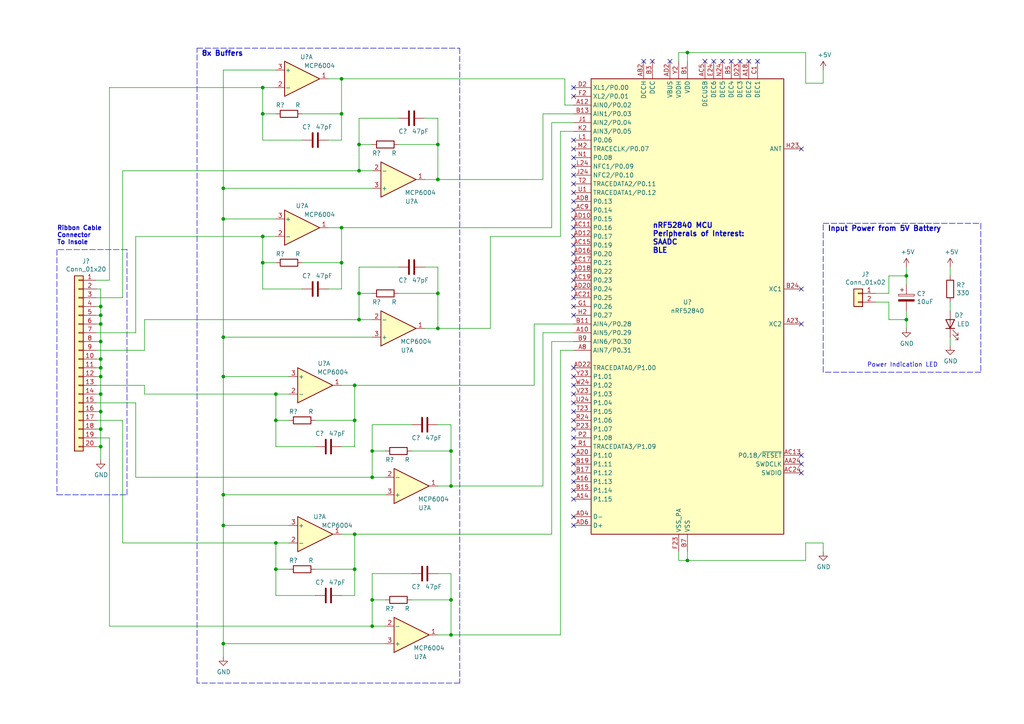
<source format=kicad_sch>
(kicad_sch (version 20211123) (generator eeschema)
  (paper "A4")
  (lib_symbols
    (symbol "Amplifier_Operational:MCP6004" (pin_names (offset 0.127))
      (property "Reference" "U" (at 0 5.08 0))
      (property "Value" "MCP6004" (at 0 -5.08 0))
      (symbol "MCP6004_1_1"
        (polyline (pts (xy -5.08 5.08) (xy 5.08 0) (xy -5.08 -5.08) (xy -5.08 5.08)) (stroke (width 0.254)) (fill (type background)))
        (pin output line (at 7.62 0 180) (length 2.54) (name "~") (number "1"))
        (pin input line (at -7.62 -2.54 0) (length 2.54) (name "-") (number "2"))
        (pin input line (at -7.62 2.54 0) (length 2.54) (name "+") (number "3"))
      )
      (symbol "MCP6004_2_1"
        (polyline (pts (xy -5.08 5.08) (xy 5.08 0) (xy -5.08 -5.08) (xy -5.08 5.08)) (stroke (width 0.254)) (fill (type background)))
        (pin input line (at -7.62 2.54 0) (length 2.54) (name "+") (number "5"))
        (pin input line (at -7.62 -2.54 0) (length 2.54) (name "-") (number "6"))
        (pin output line (at 7.62 0 180) (length 2.54) (name "~") (number "7"))
      )
      (symbol "MCP6004_3_1"
        (polyline (pts (xy -5.08 5.08) (xy 5.08 0) (xy -5.08 -5.08) (xy -5.08 5.08)) (stroke (width 0.254)) (fill (type background)))
        (pin input line (at -7.62 2.54 0) (length 2.54) (name "+") (number "10"))
        (pin output line (at 7.62 0 180) (length 2.54) (name "~") (number "8"))
        (pin input line (at -7.62 -2.54 0) (length 2.54) (name "-") (number "9"))
      )
      (symbol "MCP6004_4_1"
        (polyline (pts (xy -5.08 5.08) (xy 5.08 0) (xy -5.08 -5.08) (xy -5.08 5.08)) (stroke (width 0.254)) (fill (type background)))
        (pin input line (at -7.62 2.54 0) (length 2.54) (name "+") (number "12"))
        (pin input line (at -7.62 -2.54 0) (length 2.54) (name "-") (number "13"))
        (pin output line (at 7.62 0 180) (length 2.54) (name "~") (number "14"))
      )
      (symbol "MCP6004_5_1"
        (pin power_in line (at -2.54 -7.62 90) (length 3.81) (name "V-") (number "11"))
        (pin power_in line (at -2.54 7.62 270) (length 3.81) (name "V+") (number "4"))
      )
    )
    (symbol "Connector_Generic:Conn_01x02" (pin_names (offset 1.016) hide)
      (property "Reference" "J" (at 0 2.54 0))
      (property "Value" "Conn_01x02" (at 0 -5.08 0))
      (symbol "Conn_01x02_1_1"
        (rectangle (start -1.27 -2.413) (end 0 -2.667) (stroke (width 0.1524)))
        (rectangle (start -1.27 0.127) (end 0 -0.127) (stroke (width 0.1524)))
        (rectangle (start -1.27 1.27) (end 1.27 -3.81) (stroke (width 0.254)) (fill (type background)))
        (pin passive line (at -5.08 0 0) (length 3.81) (name "Pin_1") (number "1"))
        (pin passive line (at -5.08 -2.54 0) (length 3.81) (name "Pin_2") (number "2"))
      )
    )
    (symbol "Connector_Generic:Conn_01x20" (pin_names (offset 1.016) hide)
      (property "Reference" "J" (at 0 25.4 0))
      (property "Value" "Conn_01x20" (at 0 -27.94 0))
      (symbol "Conn_01x20_1_1"
        (rectangle (start -1.27 -25.273) (end 0 -25.527) (stroke (width 0.1524)))
        (rectangle (start -1.27 -22.733) (end 0 -22.987) (stroke (width 0.1524)))
        (rectangle (start -1.27 -20.193) (end 0 -20.447) (stroke (width 0.1524)))
        (rectangle (start -1.27 -17.653) (end 0 -17.907) (stroke (width 0.1524)))
        (rectangle (start -1.27 -15.113) (end 0 -15.367) (stroke (width 0.1524)))
        (rectangle (start -1.27 -12.573) (end 0 -12.827) (stroke (width 0.1524)))
        (rectangle (start -1.27 -10.033) (end 0 -10.287) (stroke (width 0.1524)))
        (rectangle (start -1.27 -7.493) (end 0 -7.747) (stroke (width 0.1524)))
        (rectangle (start -1.27 -4.953) (end 0 -5.207) (stroke (width 0.1524)))
        (rectangle (start -1.27 -2.413) (end 0 -2.667) (stroke (width 0.1524)))
        (rectangle (start -1.27 0.127) (end 0 -0.127) (stroke (width 0.1524)))
        (rectangle (start -1.27 2.667) (end 0 2.413) (stroke (width 0.1524)))
        (rectangle (start -1.27 5.207) (end 0 4.953) (stroke (width 0.1524)))
        (rectangle (start -1.27 7.747) (end 0 7.493) (stroke (width 0.1524)))
        (rectangle (start -1.27 10.287) (end 0 10.033) (stroke (width 0.1524)))
        (rectangle (start -1.27 12.827) (end 0 12.573) (stroke (width 0.1524)))
        (rectangle (start -1.27 15.367) (end 0 15.113) (stroke (width 0.1524)))
        (rectangle (start -1.27 17.907) (end 0 17.653) (stroke (width 0.1524)))
        (rectangle (start -1.27 20.447) (end 0 20.193) (stroke (width 0.1524)))
        (rectangle (start -1.27 22.987) (end 0 22.733) (stroke (width 0.1524)))
        (rectangle (start -1.27 24.13) (end 1.27 -26.67) (stroke (width 0.254)) (fill (type background)))
        (pin passive line (at -5.08 22.86 0) (length 3.81) (name "Pin_1") (number "1"))
        (pin passive line (at -5.08 0 0) (length 3.81) (name "Pin_10") (number "10"))
        (pin passive line (at -5.08 -2.54 0) (length 3.81) (name "Pin_11") (number "11"))
        (pin passive line (at -5.08 -5.08 0) (length 3.81) (name "Pin_12") (number "12"))
        (pin passive line (at -5.08 -7.62 0) (length 3.81) (name "Pin_13") (number "13"))
        (pin passive line (at -5.08 -10.16 0) (length 3.81) (name "Pin_14") (number "14"))
        (pin passive line (at -5.08 -12.7 0) (length 3.81) (name "Pin_15") (number "15"))
        (pin passive line (at -5.08 -15.24 0) (length 3.81) (name "Pin_16") (number "16"))
        (pin passive line (at -5.08 -17.78 0) (length 3.81) (name "Pin_17") (number "17"))
        (pin passive line (at -5.08 -20.32 0) (length 3.81) (name "Pin_18") (number "18"))
        (pin passive line (at -5.08 -22.86 0) (length 3.81) (name "Pin_19") (number "19"))
        (pin passive line (at -5.08 20.32 0) (length 3.81) (name "Pin_2") (number "2"))
        (pin passive line (at -5.08 -25.4 0) (length 3.81) (name "Pin_20") (number "20"))
        (pin passive line (at -5.08 17.78 0) (length 3.81) (name "Pin_3") (number "3"))
        (pin passive line (at -5.08 15.24 0) (length 3.81) (name "Pin_4") (number "4"))
        (pin passive line (at -5.08 12.7 0) (length 3.81) (name "Pin_5") (number "5"))
        (pin passive line (at -5.08 10.16 0) (length 3.81) (name "Pin_6") (number "6"))
        (pin passive line (at -5.08 7.62 0) (length 3.81) (name "Pin_7") (number "7"))
        (pin passive line (at -5.08 5.08 0) (length 3.81) (name "Pin_8") (number "8"))
        (pin passive line (at -5.08 2.54 0) (length 3.81) (name "Pin_9") (number "9"))
      )
    )
    (symbol "Device:C" (pin_numbers hide) (pin_names (offset 0.254))
      (property "Reference" "C" (at 0.635 2.54 0))
      (property "Value" "C" (at 0.635 -2.54 0))
      (symbol "C_0_1"
        (polyline (pts (xy -2.032 -0.762) (xy 2.032 -0.762)) (stroke (width 0.508)))
        (polyline (pts (xy -2.032 0.762) (xy 2.032 0.762)) (stroke (width 0.508)))
      )
      (symbol "C_1_1"
        (pin passive line (at 0 3.81 270) (length 2.794) (name "~") (number "1"))
        (pin passive line (at 0 -3.81 90) (length 2.794) (name "~") (number "2"))
      )
    )
    (symbol "Device:CP" (pin_numbers hide) (pin_names (offset 0.254))
      (property "Reference" "C" (at 0.635 2.54 0))
      (property "Value" "Device_CP" (at 0.635 -2.54 0))
      (symbol "CP_0_1"
        (rectangle (start -2.286 0.508) (end 2.286 1.016))
        (polyline (pts (xy -1.778 2.286) (xy -0.762 2.286)))
        (polyline (pts (xy -1.27 2.794) (xy -1.27 1.778)))
        (rectangle (start 2.286 -0.508) (end -2.286 -1.016) (fill (type outline)))
      )
      (symbol "CP_1_1"
        (pin passive line (at 0 3.81 270) (length 2.794) (name "~") (number "1"))
        (pin passive line (at 0 -3.81 90) (length 2.794) (name "~") (number "2"))
      )
    )
    (symbol "Device:LED" (pin_numbers hide) (pin_names (offset 1.016) hide)
      (property "Reference" "D" (at 0 2.54 0))
      (property "Value" "LED" (at 0 -2.54 0))
      (symbol "LED_0_1"
        (polyline (pts (xy -1.27 -1.27) (xy -1.27 1.27)) (stroke (width 0.254)))
        (polyline (pts (xy -1.27 0) (xy 1.27 0)))
        (polyline (pts (xy 1.27 -1.27) (xy 1.27 1.27) (xy -1.27 0) (xy 1.27 -1.27)) (stroke (width 0.254)))
        (polyline (pts (xy -3.048 -0.762) (xy -4.572 -2.286) (xy -3.81 -2.286) (xy -4.572 -2.286) (xy -4.572 -1.524)))
        (polyline (pts (xy -1.778 -0.762) (xy -3.302 -2.286) (xy -2.54 -2.286) (xy -3.302 -2.286) (xy -3.302 -1.524)))
      )
      (symbol "LED_1_1"
        (pin passive line (at -3.81 0 0) (length 2.54) (name "K") (number "1"))
        (pin passive line (at 3.81 0 180) (length 2.54) (name "A") (number "2"))
      )
    )
    (symbol "Device:R" (pin_numbers hide) (pin_names (offset 0))
      (property "Reference" "R" (at 2.032 0 90))
      (property "Value" "R" (at 0 0 90))
      (symbol "R_0_1"
        (rectangle (start -1.016 -2.54) (end 1.016 2.54) (stroke (width 0.254)))
      )
      (symbol "R_1_1"
        (pin passive line (at 0 3.81 270) (length 1.27) (name "~") (number "1"))
        (pin passive line (at 0 -3.81 90) (length 1.27) (name "~") (number "2"))
      )
    )
    (symbol "MCU_Nordic:nRF52840"
      (property "Reference" "U" (at 0 5.08 0))
      (property "Value" "nRF52840" (at 0 2.54 0))
      (symbol "nRF52840_0_1"
        (rectangle (start -27.94 66.04) (end 27.94 -66.04) (stroke (width 0.254)) (fill (type background)))
      )
      (symbol "nRF52840_1_1"
        (pin bidirectional line (at 33.02 -7.62 180) (length 5.08) (name "AIN5/P0.29") (number "A10"))
        (pin bidirectional line (at 33.02 58.42 180) (length 5.08) (name "AIN0/P0.02") (number "A12"))
        (pin bidirectional line (at 33.02 -55.88 180) (length 5.08) (name "P1.15") (number "A14"))
        (pin bidirectional line (at 33.02 -50.8 180) (length 5.08) (name "P1.13") (number "A16"))
        (pin passive line (at -17.78 71.12 270) (length 5.08) (name "DEC2") (number "A18"))
        (pin bidirectional line (at 33.02 -43.18 180) (length 5.08) (name "P1.10") (number "A20"))
        (pin passive line (at 0 71.12 270) (length 5.08) hide (name "VDD") (number "A22"))
        (pin input line (at -33.02 -5.08 0) (length 5.08) (name "XC2") (number "A23"))
        (pin bidirectional line (at 33.02 -12.7 180) (length 5.08) (name "AIN7/P0.31") (number "A8"))
        (pin input line (at -33.02 -45.72 0) (length 5.08) (name "SWDCLK") (number "AA24"))
        (pin power_out line (at 12.7 71.12 270) (length 5.08) (name "DCCH") (number "AB2"))
        (pin bidirectional line (at 33.02 22.86 180) (length 5.08) (name "P0.16") (number "AC11"))
        (pin bidirectional line (at -33.02 -43.18 0) (length 5.08) (name "P0.18/~{RESET}") (number "AC13"))
        (pin bidirectional line (at 33.02 17.78 180) (length 5.08) (name "P0.19") (number "AC15"))
        (pin bidirectional line (at 33.02 12.7 180) (length 5.08) (name "P0.21") (number "AC17"))
        (pin bidirectional line (at 33.02 7.62 180) (length 5.08) (name "P0.23") (number "AC19"))
        (pin bidirectional line (at 33.02 2.54 180) (length 5.08) (name "P0.25") (number "AC21"))
        (pin bidirectional line (at -33.02 -48.26 0) (length 5.08) (name "SWDIO") (number "AC24"))
        (pin passive line (at -5.08 71.12 270) (length 5.08) (name "DECUSB") (number "AC5"))
        (pin bidirectional line (at 33.02 27.94 180) (length 5.08) (name "P0.14") (number "AC9"))
        (pin bidirectional line (at 33.02 25.4 180) (length 5.08) (name "P0.15") (number "AD10"))
        (pin bidirectional line (at 33.02 20.32 180) (length 5.08) (name "P0.17") (number "AD12"))
        (pin passive line (at 0 71.12 270) (length 5.08) hide (name "VDD") (number "AD14"))
        (pin bidirectional line (at 33.02 15.24 180) (length 5.08) (name "P0.20") (number "AD16"))
        (pin bidirectional line (at 33.02 10.16 180) (length 5.08) (name "P0.22") (number "AD18"))
        (pin power_in line (at 5.08 71.12 270) (length 5.08) (name "VBUS") (number "AD2"))
        (pin bidirectional line (at 33.02 5.08 180) (length 5.08) (name "P0.24") (number "AD20"))
        (pin bidirectional line (at 33.02 -17.78 180) (length 5.08) (name "TRACEDATA0/P1.00") (number "AD22"))
        (pin passive line (at 0 71.12 270) (length 5.08) hide (name "VDD") (number "AD23"))
        (pin bidirectional line (at 33.02 -60.96 180) (length 5.08) (name "D-") (number "AD4"))
        (pin bidirectional line (at 33.02 -63.5 180) (length 5.08) (name "D+") (number "AD6"))
        (pin bidirectional line (at 33.02 30.48 180) (length 5.08) (name "P0.13") (number "AD8"))
        (pin power_in line (at 0 71.12 270) (length 5.08) (name "VDD") (number "B1"))
        (pin bidirectional line (at 33.02 -5.08 180) (length 5.08) (name "AIN4/P0.28") (number "B11"))
        (pin bidirectional line (at 33.02 55.88 180) (length 5.08) (name "AIN1/P0.03") (number "B13"))
        (pin bidirectional line (at 33.02 -53.34 180) (length 5.08) (name "P1.14") (number "B15"))
        (pin bidirectional line (at 33.02 -48.26 180) (length 5.08) (name "P1.12") (number "B17"))
        (pin bidirectional line (at 33.02 -45.72 180) (length 5.08) (name "P1.11") (number "B19"))
        (pin input line (at -33.02 5.08 0) (length 5.08) (name "XC1") (number "B24"))
        (pin power_out line (at 10.16 71.12 270) (length 5.08) (name "DCC") (number "B3"))
        (pin passive line (at -12.7 71.12 270) (length 5.08) (name "DEC4") (number "B5"))
        (pin power_in line (at 0 -71.12 90) (length 5.08) (name "VSS") (number "B7"))
        (pin bidirectional line (at 33.02 -10.16 180) (length 5.08) (name "AIN6/P0.30") (number "B9"))
        (pin passive line (at -20.32 71.12 270) (length 5.08) (name "DEC1") (number "C1"))
        (pin bidirectional line (at 33.02 63.5 180) (length 5.08) (name "XL1/P0.00") (number "D2"))
        (pin passive line (at -15.24 71.12 270) (length 5.08) (name "DEC3") (number "D23"))
        (pin passive line (at -7.62 71.12 270) (length 5.08) (name "DEC6") (number "E24"))
        (pin passive line (at 0 -71.12 90) (length 5.08) hide (name "VSS") (number "EP"))
        (pin bidirectional line (at 33.02 60.96 180) (length 5.08) (name "XL2/P0.01") (number "F2"))
        (pin power_in line (at 2.54 -71.12 90) (length 5.08) (name "VSS_PA") (number "F23"))
        (pin bidirectional line (at 33.02 0 180) (length 5.08) (name "P0.26") (number "G1"))
        (pin bidirectional line (at 33.02 -2.54 180) (length 5.08) (name "P0.27") (number "H2"))
        (pin passive line (at -33.02 45.72 0) (length 5.08) (name "ANT") (number "H23"))
        (pin bidirectional line (at 33.02 53.34 180) (length 5.08) (name "AIN2/P0.04") (number "J1"))
        (pin bidirectional line (at 33.02 38.1 180) (length 5.08) (name "NFC2/P0.10") (number "J24"))
        (pin bidirectional line (at 33.02 50.8 180) (length 5.08) (name "AIN3/P0.05") (number "K2"))
        (pin bidirectional line (at 33.02 48.26 180) (length 5.08) (name "P0.06") (number "L1"))
        (pin bidirectional line (at 33.02 40.64 180) (length 5.08) (name "NFC1/P0.09") (number "L24"))
        (pin bidirectional line (at 33.02 45.72 180) (length 5.08) (name "TRACECLK/P0.07") (number "M2"))
        (pin bidirectional line (at 33.02 43.18 180) (length 5.08) (name "P0.08") (number "N1"))
        (pin passive line (at -10.16 71.12 270) (length 5.08) (name "DEC5") (number "N24"))
        (pin bidirectional line (at 33.02 -38.1 180) (length 5.08) (name "P1.08") (number "P2"))
        (pin bidirectional line (at 33.02 -35.56 180) (length 5.08) (name "P1.07") (number "P23"))
        (pin bidirectional line (at 33.02 -40.64 180) (length 5.08) (name "TRACEDATA3/P1.09") (number "R1"))
        (pin bidirectional line (at 33.02 -33.02 180) (length 5.08) (name "P1.06") (number "R24"))
        (pin bidirectional line (at 33.02 35.56 180) (length 5.08) (name "TRACEDATA2/P0.11") (number "T2"))
        (pin bidirectional line (at 33.02 -30.48 180) (length 5.08) (name "P1.05") (number "T23"))
        (pin bidirectional line (at 33.02 33.02 180) (length 5.08) (name "TRACEDATA1/P0.12") (number "U1"))
        (pin bidirectional line (at 33.02 -27.94 180) (length 5.08) (name "P1.04") (number "U24"))
        (pin bidirectional line (at 33.02 -25.4 180) (length 5.08) (name "P1.03") (number "V23"))
        (pin passive line (at 0 71.12 270) (length 5.08) hide (name "VDD") (number "W1"))
        (pin bidirectional line (at 33.02 -22.86 180) (length 5.08) (name "P1.02") (number "W24"))
        (pin power_in line (at 2.54 71.12 270) (length 5.08) (name "VDDH") (number "Y2"))
        (pin bidirectional line (at 33.02 -20.32 180) (length 5.08) (name "P1.01") (number "Y23"))
      )
    )
    (symbol "power:+5V" (power) (pin_names (offset 0))
      (property "Value" "+5V" (at 0 3.556 0))
      (symbol "+5V_0_1"
        (polyline (pts (xy -0.762 1.27) (xy 0 2.54)))
        (polyline (pts (xy 0 0) (xy 0 2.54)))
        (polyline (pts (xy 0 2.54) (xy 0.762 1.27)))
      )
      (symbol "+5V_1_1"
        (pin power_in line (at 0 0 90) (length 0) hide (name "+5V") (number "1"))
      )
    )
    (symbol "power:GND" (power) (pin_names (offset 0))
      (property "Value" "GND" (at 0 -3.81 0))
      (symbol "GND_0_1"
        (polyline (pts (xy 0 0) (xy 0 -1.27) (xy 1.27 -1.27) (xy 0 -2.54) (xy -1.27 -1.27) (xy 0 -1.27)))
      )
      (symbol "GND_1_1"
        (pin power_in line (at 0 0 270) (length 0) hide (name "GND") (number "1"))
      )
    )
  )
  (junction (at 29.21 88.9))
  (junction (at 99.06 22.86))
  (junction (at 199.39 15.24))
  (junction (at 99.06 33.02))
  (junction (at 29.21 99.06))
  (junction (at 99.06 66.04))
  (junction (at 29.21 106.68))
  (junction (at 80.01 121.92))
  (junction (at 64.77 109.22))
  (junction (at 262.89 80.01))
  (junction (at 127 52.07))
  (junction (at 29.21 91.44))
  (junction (at 130.81 173.99))
  (junction (at 29.21 124.46))
  (junction (at 130.81 140.97))
  (junction (at 29.21 119.38))
  (junction (at 64.77 143.51))
  (junction (at 64.77 97.79))
  (junction (at 80.01 165.1))
  (junction (at 76.2 33.02))
  (junction (at 99.06 76.2))
  (junction (at 102.87 111.76))
  (junction (at 107.95 130.81))
  (junction (at 29.21 93.98))
  (junction (at 104.14 49.53))
  (junction (at 29.21 109.22))
  (junction (at 130.81 130.81))
  (junction (at 262.89 92.71))
  (junction (at 80.01 114.3))
  (junction (at 102.87 165.1))
  (junction (at 127 41.91))
  (junction (at 127 95.25))
  (junction (at 104.14 92.71))
  (junction (at 104.14 85.09))
  (junction (at 130.81 184.15))
  (junction (at 102.87 154.94))
  (junction (at 64.77 152.4))
  (junction (at 107.95 173.99))
  (junction (at 107.95 181.61))
  (junction (at 64.77 54.61))
  (junction (at 199.39 162.56))
  (junction (at 76.2 76.2))
  (junction (at 104.14 41.91))
  (junction (at 29.21 129.54))
  (junction (at 80.01 157.48))
  (junction (at 64.77 63.5))
  (junction (at 76.2 68.58))
  (junction (at 29.21 114.3))
  (junction (at 127 85.09))
  (junction (at 29.21 104.14))
  (junction (at 76.2 25.4))
  (junction (at 107.95 138.43))
  (junction (at 102.87 121.92))
  (junction (at 64.77 186.69))
  (no_connect (at 204.47 17.78))
  (no_connect (at 166.37 152.4))
  (no_connect (at 166.37 78.74))
  (no_connect (at 166.37 25.4))
  (no_connect (at 166.37 55.88))
  (no_connect (at 166.37 142.24))
  (no_connect (at 186.69 17.78))
  (no_connect (at 166.37 139.7))
  (no_connect (at 166.37 53.34))
  (no_connect (at 166.37 83.82))
  (no_connect (at 166.37 137.16))
  (no_connect (at 166.37 58.42))
  (no_connect (at 166.37 86.36))
  (no_connect (at 194.31 17.78))
  (no_connect (at 166.37 73.66))
  (no_connect (at 166.37 144.78))
  (no_connect (at 166.37 81.28))
  (no_connect (at 166.37 109.22))
  (no_connect (at 219.71 17.78))
  (no_connect (at 166.37 48.26))
  (no_connect (at 166.37 66.04))
  (no_connect (at 166.37 68.58))
  (no_connect (at 166.37 40.64))
  (no_connect (at 166.37 60.96))
  (no_connect (at 166.37 116.84))
  (no_connect (at 212.09 17.78))
  (no_connect (at 166.37 149.86))
  (no_connect (at 166.37 121.92))
  (no_connect (at 166.37 129.54))
  (no_connect (at 217.17 17.78))
  (no_connect (at 166.37 119.38))
  (no_connect (at 214.63 17.78))
  (no_connect (at 166.37 91.44))
  (no_connect (at 166.37 111.76))
  (no_connect (at 232.41 83.82))
  (no_connect (at 232.41 134.62))
  (no_connect (at 166.37 63.5))
  (no_connect (at 166.37 71.12))
  (no_connect (at 232.41 132.08))
  (no_connect (at 166.37 43.18))
  (no_connect (at 207.01 17.78))
  (no_connect (at 166.37 124.46))
  (no_connect (at 166.37 132.08))
  (no_connect (at 166.37 127))
  (no_connect (at 166.37 50.8))
  (no_connect (at 232.41 137.16))
  (no_connect (at 166.37 88.9))
  (no_connect (at 166.37 45.72))
  (no_connect (at 166.37 76.2))
  (no_connect (at 166.37 106.68))
  (no_connect (at 166.37 27.94))
  (no_connect (at 232.41 93.98))
  (no_connect (at 209.55 17.78))
  (no_connect (at 166.37 114.3))
  (no_connect (at 189.23 17.78))
  (no_connect (at 232.41 43.18))
  (no_connect (at 166.37 134.62))
  (wire (pts (xy 31.75 25.4) (xy 31.75 81.28)))
  (wire (pts (xy 99.06 154.94) (xy 102.87 154.94)))
  (polyline (pts (xy 57.15 13.97) (xy 133.35 13.97)))
  (wire (pts (xy 80.01 25.4) (xy 76.2 25.4)))
  (wire (pts (xy 142.24 68.58) (xy 162.56 68.58)))
  (wire (pts (xy 104.14 85.09) (xy 104.14 77.47)))
  (wire (pts (xy 64.77 97.79) (xy 107.95 97.79)))
  (wire (pts (xy 115.57 41.91) (xy 127 41.91)))
  (wire (pts (xy 83.82 121.92) (xy 80.01 121.92)))
  (wire (pts (xy 127 166.37) (xy 130.81 166.37)))
  (wire (pts (xy 27.94 129.54) (xy 29.21 129.54)))
  (wire (pts (xy 29.21 124.46) (xy 29.21 119.38)))
  (polyline (pts (xy 284.48 107.95) (xy 238.76 107.95)))
  (wire (pts (xy 95.25 40.64) (xy 99.06 40.64)))
  (wire (pts (xy 64.77 152.4) (xy 83.82 152.4)))
  (wire (pts (xy 127 184.15) (xy 130.81 184.15)))
  (wire (pts (xy 41.91 114.3) (xy 80.01 114.3)))
  (wire (pts (xy 102.87 154.94) (xy 160.02 154.94)))
  (wire (pts (xy 35.56 121.92) (xy 27.94 121.92)))
  (wire (pts (xy 162.56 101.6) (xy 162.56 184.15)))
  (wire (pts (xy 127 77.47) (xy 127 85.09)))
  (wire (pts (xy 160.02 35.56) (xy 160.02 66.04)))
  (wire (pts (xy 157.48 52.07) (xy 157.48 33.02)))
  (wire (pts (xy 27.94 93.98) (xy 29.21 93.98)))
  (wire (pts (xy 80.01 121.92) (xy 80.01 114.3)))
  (wire (pts (xy 99.06 76.2) (xy 99.06 66.04)))
  (wire (pts (xy 107.95 85.09) (xy 104.14 85.09)))
  (wire (pts (xy 95.25 83.82) (xy 99.06 83.82)))
  (wire (pts (xy 80.01 165.1) (xy 80.01 172.72)))
  (wire (pts (xy 39.37 68.58) (xy 39.37 96.52)))
  (wire (pts (xy 39.37 138.43) (xy 107.95 138.43)))
  (wire (pts (xy 29.21 109.22) (xy 29.21 106.68)))
  (wire (pts (xy 31.75 127) (xy 31.75 181.61)))
  (wire (pts (xy 238.76 24.13) (xy 238.76 20.32)))
  (wire (pts (xy 29.21 114.3) (xy 29.21 109.22)))
  (wire (pts (xy 91.44 165.1) (xy 102.87 165.1)))
  (wire (pts (xy 275.59 80.01) (xy 275.59 77.47)))
  (wire (pts (xy 257.81 92.71) (xy 262.89 92.71)))
  (wire (pts (xy 64.77 109.22) (xy 64.77 143.51)))
  (wire (pts (xy 27.94 101.6) (xy 41.91 101.6)))
  (wire (pts (xy 233.68 24.13) (xy 238.76 24.13)))
  (wire (pts (xy 166.37 30.48) (xy 163.83 30.48)))
  (wire (pts (xy 196.85 15.24) (xy 199.39 15.24)))
  (wire (pts (xy 27.94 106.68) (xy 29.21 106.68)))
  (wire (pts (xy 104.14 34.29) (xy 115.57 34.29)))
  (wire (pts (xy 29.21 133.35) (xy 29.21 129.54)))
  (wire (pts (xy 127 123.19) (xy 130.81 123.19)))
  (wire (pts (xy 123.19 77.47) (xy 127 77.47)))
  (wire (pts (xy 199.39 162.56) (xy 233.68 162.56)))
  (wire (pts (xy 127 52.07) (xy 157.48 52.07)))
  (wire (pts (xy 64.77 186.69) (xy 111.76 186.69)))
  (wire (pts (xy 64.77 63.5) (xy 80.01 63.5)))
  (polyline (pts (xy 36.83 72.39) (xy 16.51 72.39)))
  (wire (pts (xy 76.2 33.02) (xy 76.2 25.4)))
  (wire (pts (xy 111.76 181.61) (xy 107.95 181.61)))
  (wire (pts (xy 130.81 184.15) (xy 162.56 184.15)))
  (wire (pts (xy 91.44 121.92) (xy 102.87 121.92)))
  (wire (pts (xy 35.56 157.48) (xy 80.01 157.48)))
  (polyline (pts (xy 133.35 198.12) (xy 57.15 198.12)))
  (wire (pts (xy 104.14 77.47) (xy 115.57 77.47)))
  (wire (pts (xy 76.2 76.2) (xy 76.2 83.82)))
  (wire (pts (xy 262.89 92.71) (xy 262.89 95.25)))
  (wire (pts (xy 127 85.09) (xy 127 95.25)))
  (polyline (pts (xy 57.15 198.12) (xy 57.15 13.97)))
  (wire (pts (xy 107.95 173.99) (xy 107.95 166.37)))
  (wire (pts (xy 31.75 181.61) (xy 107.95 181.61)))
  (wire (pts (xy 99.06 172.72) (xy 102.87 172.72)))
  (wire (pts (xy 83.82 157.48) (xy 80.01 157.48)))
  (wire (pts (xy 142.24 95.25) (xy 142.24 68.58)))
  (wire (pts (xy 76.2 33.02) (xy 76.2 40.64)))
  (wire (pts (xy 130.81 123.19) (xy 130.81 130.81)))
  (wire (pts (xy 163.83 22.86) (xy 163.83 30.48)))
  (wire (pts (xy 95.25 66.04) (xy 99.06 66.04)))
  (wire (pts (xy 111.76 138.43) (xy 107.95 138.43)))
  (wire (pts (xy 27.94 88.9) (xy 29.21 88.9)))
  (wire (pts (xy 64.77 20.32) (xy 64.77 54.61)))
  (wire (pts (xy 104.14 41.91) (xy 104.14 34.29)))
  (wire (pts (xy 257.81 87.63) (xy 257.81 92.71)))
  (wire (pts (xy 127 140.97) (xy 130.81 140.97)))
  (wire (pts (xy 157.48 33.02) (xy 166.37 33.02)))
  (wire (pts (xy 166.37 101.6) (xy 162.56 101.6)))
  (wire (pts (xy 196.85 17.78) (xy 196.85 15.24)))
  (wire (pts (xy 254 87.63) (xy 257.81 87.63)))
  (wire (pts (xy 99.06 66.04) (xy 160.02 66.04)))
  (wire (pts (xy 39.37 68.58) (xy 76.2 68.58)))
  (wire (pts (xy 238.76 157.48) (xy 238.76 160.02)))
  (wire (pts (xy 29.21 104.14) (xy 29.21 99.06)))
  (wire (pts (xy 27.94 114.3) (xy 29.21 114.3)))
  (wire (pts (xy 64.77 20.32) (xy 80.01 20.32)))
  (wire (pts (xy 162.56 38.1) (xy 166.37 38.1)))
  (wire (pts (xy 64.77 97.79) (xy 64.77 109.22)))
  (wire (pts (xy 102.87 111.76) (xy 154.94 111.76)))
  (wire (pts (xy 127 34.29) (xy 127 41.91)))
  (wire (pts (xy 107.95 130.81) (xy 107.95 138.43)))
  (wire (pts (xy 76.2 83.82) (xy 87.63 83.82)))
  (wire (pts (xy 80.01 76.2) (xy 76.2 76.2)))
  (wire (pts (xy 64.77 63.5) (xy 64.77 97.79)))
  (wire (pts (xy 154.94 111.76) (xy 154.94 93.98)))
  (wire (pts (xy 123.19 34.29) (xy 127 34.29)))
  (wire (pts (xy 119.38 173.99) (xy 130.81 173.99)))
  (wire (pts (xy 29.21 119.38) (xy 29.21 114.3)))
  (wire (pts (xy 99.06 111.76) (xy 102.87 111.76)))
  (wire (pts (xy 166.37 96.52) (xy 157.48 96.52)))
  (wire (pts (xy 41.91 92.71) (xy 104.14 92.71)))
  (wire (pts (xy 35.56 86.36) (xy 35.56 49.53)))
  (wire (pts (xy 130.81 166.37) (xy 130.81 173.99)))
  (wire (pts (xy 262.89 90.17) (xy 262.89 92.71)))
  (wire (pts (xy 80.01 129.54) (xy 91.44 129.54)))
  (wire (pts (xy 27.94 127) (xy 31.75 127)))
  (polyline (pts (xy 36.83 143.51) (xy 36.83 72.39)))
  (wire (pts (xy 130.81 140.97) (xy 157.48 140.97)))
  (wire (pts (xy 64.77 54.61) (xy 107.95 54.61)))
  (wire (pts (xy 111.76 173.99) (xy 107.95 173.99)))
  (wire (pts (xy 107.95 130.81) (xy 107.95 123.19)))
  (wire (pts (xy 119.38 130.81) (xy 130.81 130.81)))
  (wire (pts (xy 157.48 96.52) (xy 157.48 140.97)))
  (wire (pts (xy 29.21 106.68) (xy 29.21 104.14)))
  (wire (pts (xy 123.19 52.07) (xy 127 52.07)))
  (wire (pts (xy 41.91 101.6) (xy 41.91 92.71)))
  (wire (pts (xy 27.94 86.36) (xy 35.56 86.36)))
  (wire (pts (xy 80.01 33.02) (xy 76.2 33.02)))
  (wire (pts (xy 27.94 116.84) (xy 39.37 116.84)))
  (wire (pts (xy 262.89 82.55) (xy 262.89 80.01)))
  (wire (pts (xy 257.81 85.09) (xy 257.81 80.01)))
  (wire (pts (xy 127 95.25) (xy 142.24 95.25)))
  (wire (pts (xy 27.94 99.06) (xy 29.21 99.06)))
  (wire (pts (xy 102.87 165.1) (xy 102.87 154.94)))
  (wire (pts (xy 102.87 129.54) (xy 102.87 121.92)))
  (wire (pts (xy 95.25 22.86) (xy 99.06 22.86)))
  (wire (pts (xy 29.21 129.54) (xy 29.21 124.46)))
  (wire (pts (xy 39.37 96.52) (xy 27.94 96.52)))
  (wire (pts (xy 154.94 93.98) (xy 166.37 93.98)))
  (polyline (pts (xy 238.76 64.77) (xy 284.48 64.77)))
  (wire (pts (xy 199.39 162.56) (xy 196.85 162.56)))
  (wire (pts (xy 27.94 111.76) (xy 41.91 111.76)))
  (wire (pts (xy 257.81 80.01) (xy 262.89 80.01)))
  (wire (pts (xy 80.01 68.58) (xy 76.2 68.58)))
  (polyline (pts (xy 16.51 72.39) (xy 16.51 143.51)))
  (polyline (pts (xy 238.76 107.95) (xy 238.76 64.77)))
  (wire (pts (xy 275.59 90.17) (xy 275.59 87.63)))
  (wire (pts (xy 130.81 173.99) (xy 130.81 184.15)))
  (wire (pts (xy 99.06 33.02) (xy 99.06 22.86)))
  (wire (pts (xy 29.21 91.44) (xy 29.21 88.9)))
  (wire (pts (xy 275.59 100.33) (xy 275.59 97.79)))
  (wire (pts (xy 199.39 160.02) (xy 199.39 162.56)))
  (wire (pts (xy 233.68 15.24) (xy 233.68 24.13)))
  (wire (pts (xy 99.06 83.82) (xy 99.06 76.2)))
  (wire (pts (xy 83.82 114.3) (xy 80.01 114.3)))
  (wire (pts (xy 39.37 116.84) (xy 39.37 138.43)))
  (wire (pts (xy 196.85 162.56) (xy 196.85 160.02)))
  (wire (pts (xy 29.21 83.82) (xy 27.94 83.82)))
  (wire (pts (xy 163.83 22.86) (xy 99.06 22.86)))
  (wire (pts (xy 29.21 91.44) (xy 27.94 91.44)))
  (wire (pts (xy 64.77 109.22) (xy 83.82 109.22)))
  (wire (pts (xy 233.68 162.56) (xy 233.68 157.48)))
  (wire (pts (xy 80.01 165.1) (xy 80.01 157.48)))
  (wire (pts (xy 107.95 173.99) (xy 107.95 181.61)))
  (wire (pts (xy 31.75 81.28) (xy 27.94 81.28)))
  (wire (pts (xy 107.95 49.53) (xy 104.14 49.53)))
  (wire (pts (xy 80.01 172.72) (xy 91.44 172.72)))
  (wire (pts (xy 76.2 76.2) (xy 76.2 68.58)))
  (wire (pts (xy 35.56 157.48) (xy 35.56 121.92)))
  (wire (pts (xy 64.77 143.51) (xy 64.77 152.4)))
  (wire (pts (xy 104.14 85.09) (xy 104.14 92.71)))
  (wire (pts (xy 130.81 130.81) (xy 130.81 140.97)))
  (wire (pts (xy 27.94 109.22) (xy 29.21 109.22)))
  (wire (pts (xy 27.94 119.38) (xy 29.21 119.38)))
  (wire (pts (xy 27.94 124.46) (xy 29.21 124.46)))
  (wire (pts (xy 115.57 85.09) (xy 127 85.09)))
  (wire (pts (xy 233.68 157.48) (xy 238.76 157.48)))
  (wire (pts (xy 162.56 68.58) (xy 162.56 38.1)))
  (wire (pts (xy 104.14 41.91) (xy 104.14 49.53)))
  (wire (pts (xy 35.56 49.53) (xy 104.14 49.53)))
  (wire (pts (xy 64.77 152.4) (xy 64.77 186.69)))
  (wire (pts (xy 87.63 76.2) (xy 99.06 76.2)))
  (wire (pts (xy 199.39 15.24) (xy 233.68 15.24)))
  (wire (pts (xy 64.77 186.69) (xy 64.77 190.5)))
  (wire (pts (xy 111.76 130.81) (xy 107.95 130.81)))
  (polyline (pts (xy 133.35 13.97) (xy 133.35 198.12)))
  (wire (pts (xy 64.77 54.61) (xy 64.77 63.5)))
  (wire (pts (xy 29.21 88.9) (xy 29.21 83.82)))
  (wire (pts (xy 83.82 165.1) (xy 80.01 165.1)))
  (wire (pts (xy 41.91 111.76) (xy 41.91 114.3)))
  (wire (pts (xy 199.39 17.78) (xy 199.39 15.24)))
  (polyline (pts (xy 16.51 143.51) (xy 36.83 143.51)))
  (wire (pts (xy 29.21 93.98) (xy 29.21 91.44)))
  (wire (pts (xy 107.95 166.37) (xy 119.38 166.37)))
  (wire (pts (xy 87.63 33.02) (xy 99.06 33.02)))
  (wire (pts (xy 262.89 80.01) (xy 262.89 77.47)))
  (wire (pts (xy 29.21 99.06) (xy 29.21 93.98)))
  (wire (pts (xy 254 85.09) (xy 257.81 85.09)))
  (wire (pts (xy 127 41.91) (xy 127 52.07)))
  (wire (pts (xy 160.02 154.94) (xy 160.02 99.06)))
  (wire (pts (xy 123.19 95.25) (xy 127 95.25)))
  (wire (pts (xy 64.77 143.51) (xy 111.76 143.51)))
  (wire (pts (xy 80.01 121.92) (xy 80.01 129.54)))
  (wire (pts (xy 102.87 121.92) (xy 102.87 111.76)))
  (wire (pts (xy 107.95 92.71) (xy 104.14 92.71)))
  (polyline (pts (xy 284.48 64.77) (xy 284.48 107.95)))
  (wire (pts (xy 102.87 172.72) (xy 102.87 165.1)))
  (wire (pts (xy 160.02 99.06) (xy 166.37 99.06)))
  (wire (pts (xy 107.95 41.91) (xy 104.14 41.91)))
  (wire (pts (xy 99.06 40.64) (xy 99.06 33.02)))
  (wire (pts (xy 76.2 40.64) (xy 87.63 40.64)))
  (wire (pts (xy 99.06 129.54) (xy 102.87 129.54)))
  (wire (pts (xy 107.95 123.19) (xy 119.38 123.19)))
  (wire (pts (xy 166.37 35.56) (xy 160.02 35.56)))
  (wire (pts (xy 27.94 104.14) (xy 29.21 104.14)))
  (wire (pts (xy 31.75 25.4) (xy 76.2 25.4)))
  (text "Ribbon Cable\nConnector \nTo Insole" (at 16.51 71.12 0) (effects (font (size 1.27 1.27) (thickness 0.254) bold) (justify left bottom)))
  (text "8x Buffers\n" (at 58.42 16.51 0) (effects (font (size 1.4986 1.4986) (thickness 0.2997) bold) (justify left bottom)))
  (text "nRF52840 MCU\nPeripherals of Interest:\nSAADC\nBLE" (at 189.23 73.66 0) (effects (font (size 1.4986 1.4986) (thickness 0.2997) bold) (justify left bottom)))
  (text "Power Indication LED" (at 251.46 106.68 0) (effects (font (size 1.27 1.27)) (justify left bottom)))
  (text "Input Power from 5V Battery" (at 240.03 67.31 0) (effects (font (size 1.4986 1.4986) (thickness 0.2997) bold) (justify left bottom)))
  (symbol (lib_id "Amplifier_Operational:MCP6004") (at 119.38 184.15 0) (mirror x) (unit 1)
    (property "Reference" "U?" (at 121.92 190.5 0))
    (property "Value" "MCP6004" (at 124.46 187.96 0))
    (property "Datasheet" "http://ww1.microchip.com/downloads/en/DeviceDoc/21733j.pdf" (effects hide))
  )
  (symbol (lib_id "Amplifier_Operational:MCP6004") (at 91.44 111.76 0) (unit 1)
    (property "Reference" "U?" (at 93.98 105.41 0))
    (property "Value" "MCP6004" (at 96.52 107.95 0))
    (property "Datasheet" "http://ww1.microchip.com/downloads/en/DeviceDoc/21733j.pdf" (effects hide))
  )
  (symbol (lib_id "Device:R") (at 87.63 121.92 270) (unit 1)
    (property "Reference" "R?" (at 85.09 119.38 90))
    (property "Value" "R" (at 90.17 119.38 90))
  )
  (symbol (lib_id "Amplifier_Operational:MCP6004") (at 91.44 154.94 0) (unit 1)
    (property "Reference" "U?" (at 92.71 149.86 0))
    (property "Value" "MCP6004" (at 97.79 152.4 0))
    (property "Datasheet" "http://ww1.microchip.com/downloads/en/DeviceDoc/21733j.pdf" (effects hide))
  )
  (symbol (lib_id "Device:R") (at 83.82 76.2 270) (unit 1)
    (property "Reference" "R?" (at 81.28 73.66 90))
    (property "Value" "R" (at 86.36 73.66 90))
  )
  (symbol (lib_id "Amplifier_Operational:MCP6004") (at 87.63 66.04 0) (unit 1)
    (property "Reference" "U?" (at 87.63 59.69 0))
    (property "Value" "MCP6004" (at 92.71 62.23 0))
    (property "Datasheet" "http://ww1.microchip.com/downloads/en/DeviceDoc/21733j.pdf" (effects hide))
  )
  (symbol (lib_id "Device:R") (at 83.82 33.02 270) (unit 1)
    (property "Reference" "R?" (at 81.28 30.48 90))
    (property "Value" "R" (at 86.36 30.48 90))
  )
  (symbol (lib_id "Device:R") (at 115.57 130.81 270) (mirror x) (unit 1)
    (property "Reference" "R?" (at 113.03 133.35 90))
    (property "Value" "R" (at 118.11 133.35 90))
  )
  (symbol (lib_id "power:GND") (at 29.21 133.35 0) (unit 1)
    (property "Reference" "#PWR?" (effects hide))
    (property "Value" "GND" (at 29.337 137.7442 0))
  )
  (symbol (lib_id "MCU_Nordic:nRF52840") (at 199.39 88.9 0) (mirror y) (unit 1)
    (property "Reference" "U?" (at 199.39 87.63 0))
    (property "Value" "nRF52840" (at 199.39 90.17 0))
    (property "Footprint" "Package_DFN_QFN:Nordic_AQFN-73-1EP_7x7mm_P0.5mm" (effects hide))
    (property "Datasheet" "http://infocenter.nordicsemi.com/topic/com.nordic.infocenter.nrf52/dita/nrf52/chips/nrf52840.html" (effects hide))
  )
  (symbol (lib_id "Device:R") (at 111.76 85.09 270) (mirror x) (unit 1)
    (property "Reference" "R?" (at 109.22 87.63 90))
    (property "Value" "R" (at 114.3 87.63 90))
  )
  (symbol (lib_id "Device:C") (at 119.38 34.29 270) (mirror x) (unit 1)
    (property "Reference" "C?" (at 116.84 38.1 90))
    (property "Value" "47pF" (at 121.92 38.1 90))
  )
  (symbol (lib_id "Device:LED") (at 275.59 93.98 90) (unit 1)
    (property "Reference" "D?" (at 278.13 91.44 90))
    (property "Value" "LED" (at 279.4 93.98 90))
  )
  (symbol (lib_id "Amplifier_Operational:MCP6004") (at 115.57 52.07 0) (mirror x) (unit 1)
    (property "Reference" "U?" (at 119.38 58.42 0))
    (property "Value" "MCP6004" (at 121.92 55.88 0))
    (property "Datasheet" "http://ww1.microchip.com/downloads/en/DeviceDoc/21733j.pdf" (effects hide))
  )
  (symbol (lib_id "power:+5V") (at 262.89 77.47 0) (unit 1)
    (property "Reference" "#PWR?" (effects hide))
    (property "Value" "+5V" (at 263.271 73.0758 0))
  )
  (symbol (lib_id "Amplifier_Operational:MCP6004") (at 115.57 95.25 0) (mirror x) (unit 1)
    (property "Reference" "U?" (at 118.11 101.6 0))
    (property "Value" "MCP6004" (at 120.65 99.06 0))
    (property "Datasheet" "http://ww1.microchip.com/downloads/en/DeviceDoc/21733j.pdf" (effects hide))
  )
  (symbol (lib_id "Device:R") (at 275.59 83.82 0) (unit 1)
    (property "Reference" "R?" (at 277.368 82.6516 0) (effects (justify left)))
    (property "Value" "330" (at 277.368 84.963 0) (effects (justify left)))
  )
  (symbol (lib_id "Device:C") (at 123.19 166.37 270) (mirror x) (unit 1)
    (property "Reference" "C?" (at 120.65 170.18 90))
    (property "Value" "47pF" (at 125.73 170.18 90))
  )
  (symbol (lib_id "Device:C") (at 119.38 77.47 270) (mirror x) (unit 1)
    (property "Reference" "C?" (at 116.84 81.28 90))
    (property "Value" "47pF" (at 121.92 81.28 90))
  )
  (symbol (lib_id "Connector_Generic:Conn_01x20") (at 22.86 104.14 0) (mirror y) (unit 1)
    (property "Reference" "J?" (at 24.9428 75.7682 0))
    (property "Value" "Conn_01x20" (at 24.9428 78.0796 0))
  )
  (symbol (lib_id "Connector_Generic:Conn_01x02") (at 248.92 85.09 0) (mirror y) (unit 1)
    (property "Reference" "J?" (at 251.0028 79.5782 0))
    (property "Value" "Conn_01x02" (at 251.0028 81.8896 0))
  )
  (symbol (lib_id "Device:C") (at 95.25 172.72 270) (unit 1)
    (property "Reference" "C?" (at 92.71 168.91 90))
    (property "Value" "47pF" (at 97.79 168.91 90))
  )
  (symbol (lib_id "Device:R") (at 115.57 173.99 270) (mirror x) (unit 1)
    (property "Reference" "R?" (at 113.03 176.53 90))
    (property "Value" "R" (at 118.11 176.53 90))
  )
  (symbol (lib_id "Device:C") (at 95.25 129.54 270) (unit 1)
    (property "Reference" "C?" (at 92.71 125.73 90))
    (property "Value" "47pF" (at 97.79 125.73 90))
  )
  (symbol (lib_id "power:+5V") (at 238.76 20.32 0) (unit 1)
    (property "Reference" "#PWR?" (effects hide))
    (property "Value" "+5V" (at 239.141 15.9258 0))
  )
  (symbol (lib_id "Amplifier_Operational:MCP6004") (at 119.38 140.97 0) (mirror x) (unit 1)
    (property "Reference" "U?" (at 123.19 147.32 0))
    (property "Value" "MCP6004" (at 125.73 144.78 0))
    (property "Datasheet" "http://ww1.microchip.com/downloads/en/DeviceDoc/21733j.pdf" (effects hide))
  )
  (symbol (lib_id "Device:CP") (at 262.89 86.36 0) (unit 1)
    (property "Reference" "C?" (at 265.8872 85.1916 0) (effects (justify left)))
    (property "Value" "10uF" (at 265.8872 87.503 0) (effects (justify left)))
  )
  (symbol (lib_id "Amplifier_Operational:MCP6004") (at 87.63 22.86 0) (unit 1)
    (property "Reference" "U?" (at 88.9 16.51 0))
    (property "Value" "MCP6004" (at 92.71 19.05 0))
    (property "Datasheet" "http://ww1.microchip.com/downloads/en/DeviceDoc/21733j.pdf" (effects hide))
  )
  (symbol (lib_id "Device:C") (at 91.44 83.82 270) (unit 1)
    (property "Reference" "C?" (at 88.9 80.01 90))
    (property "Value" "47pF" (at 93.98 80.01 90))
  )
  (symbol (lib_id "power:GND") (at 238.76 160.02 0) (unit 1)
    (property "Reference" "#PWR?" (effects hide))
    (property "Value" "GND" (at 238.887 164.4142 0))
  )
  (symbol (lib_id "Device:R") (at 87.63 165.1 270) (unit 1)
    (property "Reference" "R?" (at 85.09 162.56 90))
    (property "Value" "R" (at 90.17 162.56 90))
  )
  (symbol (lib_id "power:GND") (at 262.89 95.25 0) (unit 1)
    (property "Reference" "#PWR?" (effects hide))
    (property "Value" "GND" (at 263.017 99.6442 0))
  )
  (symbol (lib_id "power:GND") (at 64.77 190.5 0) (unit 1)
    (property "Reference" "#PWR?" (effects hide))
    (property "Value" "GND" (at 64.897 194.8942 0))
  )
  (symbol (lib_id "Device:R") (at 111.76 41.91 270) (mirror x) (unit 1)
    (property "Reference" "R?" (at 109.22 44.45 90))
    (property "Value" "R" (at 114.3 44.45 90))
  )
  (symbol (lib_id "Device:C") (at 123.19 123.19 270) (mirror x) (unit 1)
    (property "Reference" "C?" (at 120.65 127 90))
    (property "Value" "47pF" (at 125.73 127 90))
  )
  (symbol (lib_id "Device:C") (at 91.44 40.64 270) (unit 1)
    (property "Reference" "C?" (at 88.9 36.83 90))
    (property "Value" "47pF" (at 93.98 36.83 90))
  )
  (symbol (lib_id "power:GND") (at 275.59 100.33 0) (unit 1)
    (property "Reference" "#PWR?" (effects hide))
    (property "Value" "GND" (at 275.717 104.7242 0))
  )
  (symbol (lib_id "power:+5V") (at 275.59 77.47 0) (unit 1)
    (property "Reference" "#PWR?" (effects hide))
    (property "Value" "+5V" (at 275.971 73.0758 0))
  )
)
</source>
